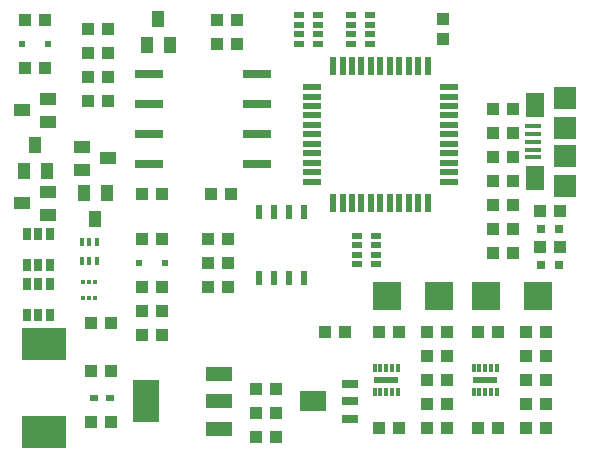
<source format=gtp>
G75*
%MOIN*%
%OFA0B0*%
%FSLAX25Y25*%
%IPPOS*%
%LPD*%
%AMOC8*
5,1,8,0,0,1.08239X$1,22.5*
%
%ADD10R,0.04331X0.03937*%
%ADD11R,0.09449X0.09449*%
%ADD12R,0.14961X0.11024*%
%ADD13R,0.02756X0.01969*%
%ADD14R,0.02362X0.02362*%
%ADD15R,0.01575X0.03150*%
%ADD16R,0.05906X0.01969*%
%ADD17R,0.01969X0.05906*%
%ADD18R,0.03937X0.05512*%
%ADD19R,0.05512X0.03937*%
%ADD20R,0.01181X0.01772*%
%ADD21R,0.08799X0.04799*%
%ADD22R,0.08661X0.14173*%
%ADD23R,0.03937X0.04331*%
%ADD24R,0.03543X0.01969*%
%ADD25R,0.09252X0.02559*%
%ADD26R,0.01181X0.02756*%
%ADD27R,0.08189X0.02362*%
%ADD28R,0.02362X0.04724*%
%ADD29R,0.05512X0.03150*%
%ADD30R,0.08661X0.07087*%
%ADD31R,0.02717X0.03898*%
%ADD32R,0.03150X0.03150*%
%ADD33R,0.07480X0.07480*%
%ADD34R,0.06299X0.08268*%
%ADD35R,0.05315X0.01575*%
D10*
X0060654Y0059000D03*
X0067346Y0059000D03*
X0067346Y0075000D03*
X0060654Y0075000D03*
X0060654Y0090000D03*
X0067346Y0090000D03*
X0083654Y0090000D03*
X0090346Y0090000D03*
X0139654Y0044000D03*
X0146346Y0044000D03*
X0155654Y0044000D03*
X0162346Y0044000D03*
X0172654Y0044000D03*
X0179346Y0044000D03*
X0188654Y0044000D03*
X0195346Y0044000D03*
X0195346Y0036000D03*
X0188654Y0036000D03*
X0188654Y0028000D03*
X0195346Y0028000D03*
X0195346Y0012000D03*
X0188654Y0012000D03*
X0162346Y0012000D03*
X0155654Y0012000D03*
X0155654Y0028000D03*
X0162346Y0028000D03*
X0162346Y0036000D03*
X0155654Y0036000D03*
X0177654Y0070500D03*
X0184346Y0070500D03*
X0105346Y0025000D03*
X0098654Y0025000D03*
X0098654Y0017000D03*
X0105346Y0017000D03*
X0105346Y0009000D03*
X0098654Y0009000D03*
X0161000Y0141654D03*
X0161000Y0148346D03*
D11*
X0159661Y0056000D03*
X0175339Y0056000D03*
X0192661Y0056000D03*
X0142339Y0056000D03*
D12*
X0028000Y0010933D03*
X0028000Y0040067D03*
D13*
X0044638Y0022000D03*
X0049756Y0022000D03*
D14*
X0059669Y0067000D03*
X0068331Y0067000D03*
X0029331Y0140000D03*
X0020669Y0140000D03*
D15*
X0040441Y0074150D03*
X0043000Y0074150D03*
X0045559Y0074150D03*
X0045559Y0067850D03*
X0043000Y0067850D03*
X0040441Y0067850D03*
D16*
X0117165Y0094252D03*
X0117165Y0097402D03*
X0117165Y0100551D03*
X0117165Y0103701D03*
X0117165Y0106850D03*
X0117165Y0110000D03*
X0117165Y0113150D03*
X0117165Y0116299D03*
X0117165Y0119449D03*
X0117165Y0122598D03*
X0117165Y0125748D03*
X0162835Y0125748D03*
X0162835Y0122598D03*
X0162835Y0119449D03*
X0162835Y0116299D03*
X0162835Y0113150D03*
X0162835Y0110000D03*
X0162835Y0106850D03*
X0162835Y0103701D03*
X0162835Y0100551D03*
X0162835Y0097402D03*
X0162835Y0094252D03*
D17*
X0155748Y0087165D03*
X0152598Y0087165D03*
X0149449Y0087165D03*
X0146299Y0087165D03*
X0143150Y0087165D03*
X0140000Y0087165D03*
X0136850Y0087165D03*
X0133701Y0087165D03*
X0130551Y0087165D03*
X0127402Y0087165D03*
X0124252Y0087165D03*
X0124252Y0132835D03*
X0127402Y0132835D03*
X0130551Y0132835D03*
X0133701Y0132835D03*
X0136850Y0132835D03*
X0140000Y0132835D03*
X0143150Y0132835D03*
X0146299Y0132835D03*
X0149449Y0132835D03*
X0152598Y0132835D03*
X0155748Y0132835D03*
D18*
X0069740Y0139669D03*
X0062260Y0139669D03*
X0066000Y0148331D03*
X0025000Y0106331D03*
X0021260Y0097669D03*
X0028740Y0097669D03*
X0041260Y0090331D03*
X0048740Y0090331D03*
X0045000Y0081669D03*
D19*
X0029331Y0083260D03*
X0029331Y0090740D03*
X0020669Y0087000D03*
X0040669Y0098260D03*
X0049331Y0102000D03*
X0040669Y0105740D03*
X0029331Y0114260D03*
X0020669Y0118000D03*
X0029331Y0121740D03*
D20*
X0041031Y0060657D03*
X0043000Y0060657D03*
X0044969Y0060657D03*
X0044969Y0055343D03*
X0043000Y0055343D03*
X0041031Y0055343D03*
D21*
X0086201Y0030098D03*
X0086201Y0021000D03*
X0086201Y0011902D03*
D22*
X0061799Y0021000D03*
D23*
X0050346Y0014000D03*
X0043654Y0014000D03*
X0043654Y0031000D03*
X0050346Y0031000D03*
X0060654Y0043000D03*
X0067346Y0043000D03*
X0067346Y0051000D03*
X0060654Y0051000D03*
X0050346Y0047000D03*
X0043654Y0047000D03*
X0082654Y0059000D03*
X0089346Y0059000D03*
X0089346Y0067000D03*
X0082654Y0067000D03*
X0082654Y0075000D03*
X0089346Y0075000D03*
X0121654Y0044000D03*
X0128346Y0044000D03*
X0155654Y0020000D03*
X0162346Y0020000D03*
X0172654Y0012000D03*
X0179346Y0012000D03*
X0188654Y0020000D03*
X0195346Y0020000D03*
X0146346Y0012000D03*
X0139654Y0012000D03*
X0193154Y0072500D03*
X0199846Y0072500D03*
X0199846Y0084500D03*
X0193154Y0084500D03*
X0184346Y0086500D03*
X0177654Y0086500D03*
X0177654Y0078500D03*
X0184346Y0078500D03*
X0184346Y0094500D03*
X0177654Y0094500D03*
X0177654Y0102500D03*
X0184346Y0102500D03*
X0184346Y0110500D03*
X0177654Y0110500D03*
X0177654Y0118500D03*
X0184346Y0118500D03*
X0092346Y0140000D03*
X0085654Y0140000D03*
X0085654Y0148000D03*
X0092346Y0148000D03*
X0049346Y0145000D03*
X0042654Y0145000D03*
X0042654Y0137000D03*
X0049346Y0137000D03*
X0049346Y0129000D03*
X0042654Y0129000D03*
X0042654Y0121000D03*
X0049346Y0121000D03*
X0028346Y0132000D03*
X0021654Y0132000D03*
X0021654Y0148000D03*
X0028346Y0148000D03*
D24*
X0112850Y0146575D03*
X0112850Y0149724D03*
X0119150Y0149724D03*
X0119150Y0146575D03*
X0119150Y0143425D03*
X0119150Y0140276D03*
X0112850Y0140276D03*
X0112850Y0143425D03*
X0130350Y0143425D03*
X0130350Y0140276D03*
X0136650Y0140276D03*
X0136650Y0143425D03*
X0136650Y0146575D03*
X0136650Y0149724D03*
X0130350Y0149724D03*
X0130350Y0146575D03*
X0132350Y0076224D03*
X0132350Y0073075D03*
X0132350Y0069925D03*
X0132350Y0066776D03*
X0138650Y0066776D03*
X0138650Y0069925D03*
X0138650Y0073075D03*
X0138650Y0076224D03*
D25*
X0098803Y0100000D03*
X0098803Y0110000D03*
X0098803Y0120000D03*
X0098803Y0130000D03*
X0062976Y0130000D03*
X0062976Y0120000D03*
X0062976Y0110000D03*
X0062976Y0100000D03*
D26*
X0138063Y0031988D03*
X0140031Y0031988D03*
X0142000Y0031988D03*
X0143969Y0031988D03*
X0145937Y0031988D03*
X0145937Y0024193D03*
X0143969Y0024193D03*
X0142000Y0024193D03*
X0140031Y0024193D03*
X0138063Y0024193D03*
X0171063Y0024193D03*
X0173031Y0024193D03*
X0175000Y0024193D03*
X0176969Y0024193D03*
X0178937Y0024193D03*
X0178937Y0031988D03*
X0176969Y0031988D03*
X0175000Y0031988D03*
X0173031Y0031988D03*
X0171063Y0031988D03*
D27*
X0175000Y0028110D03*
X0142000Y0028110D03*
D28*
X0114500Y0061976D03*
X0109500Y0061976D03*
X0104500Y0061976D03*
X0099500Y0061976D03*
X0099500Y0084024D03*
X0104500Y0084024D03*
X0109500Y0084024D03*
X0114500Y0084024D03*
D29*
X0129795Y0026906D03*
X0129795Y0021000D03*
X0129795Y0015094D03*
D30*
X0117669Y0021000D03*
D31*
X0029740Y0049882D03*
X0026000Y0049882D03*
X0022260Y0049882D03*
X0022260Y0060118D03*
X0026000Y0060118D03*
X0029740Y0060118D03*
X0029740Y0066382D03*
X0026000Y0066382D03*
X0022260Y0066382D03*
X0022260Y0076618D03*
X0026000Y0076618D03*
X0029740Y0076618D03*
D32*
X0193547Y0078500D03*
X0199453Y0078500D03*
X0199453Y0066500D03*
X0193547Y0066500D03*
D33*
X0201500Y0092736D03*
X0201500Y0102776D03*
X0201500Y0112224D03*
X0201500Y0122264D03*
D34*
X0191461Y0119705D03*
X0191461Y0095295D03*
D35*
X0190969Y0102382D03*
X0190969Y0104941D03*
X0190969Y0107500D03*
X0190969Y0110059D03*
X0190969Y0112618D03*
M02*

</source>
